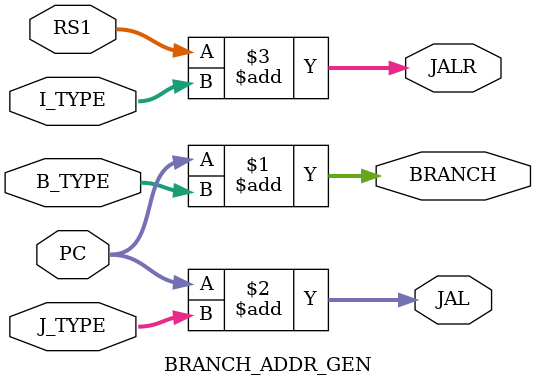
<source format=sv>
`timescale 1ns / 1ps


module BRANCH_ADDR_GEN(
    input [31:0] PC,
    input [31:0] J_TYPE,
    input [31:0] B_TYPE,
    input [31:0] I_TYPE,
    input [31:0] RS1,
    output [31:0] JALR,
    output [31:0] BRANCH,
    output [31:0] JAL
    );
    assign BRANCH = PC + $signed(B_TYPE);
    assign JAL = PC + $signed(J_TYPE);
    assign JALR = RS1 + $signed(I_TYPE);
endmodule

</source>
